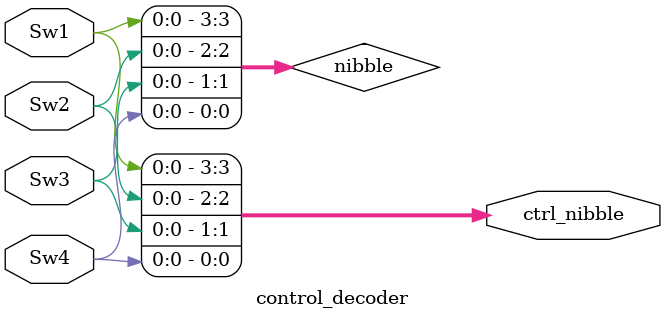
<source format=v>
`timescale 1ns / 1ps
module control_decoder(
    input wire Sw4,
    input wire Sw3,
    input wire Sw2,
    input wire Sw1,
    output [3:0] ctrl_nibble
    );
    
    wire [3:0] nibble = {Sw1, Sw2, Sw3, Sw4};
    
    assign ctrl_nibble = nibble;
endmodule

</source>
